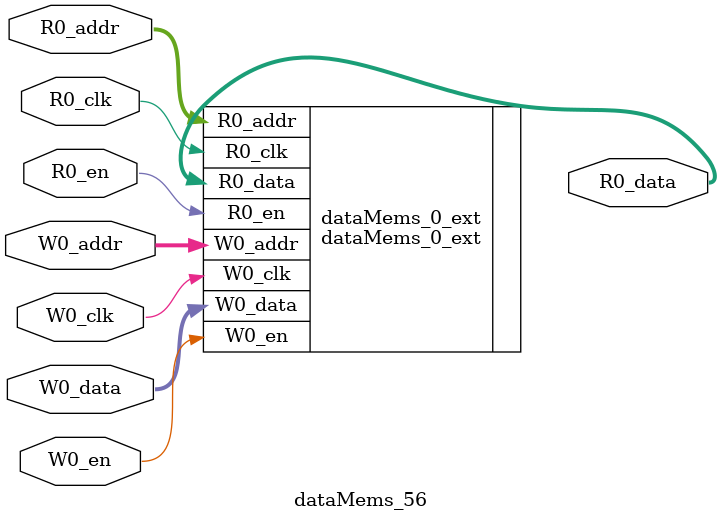
<source format=sv>
`ifndef RANDOMIZE
  `ifdef RANDOMIZE_REG_INIT
    `define RANDOMIZE
  `endif // RANDOMIZE_REG_INIT
`endif // not def RANDOMIZE
`ifndef RANDOMIZE
  `ifdef RANDOMIZE_MEM_INIT
    `define RANDOMIZE
  `endif // RANDOMIZE_MEM_INIT
`endif // not def RANDOMIZE

`ifndef RANDOM
  `define RANDOM $random
`endif // not def RANDOM

// Users can define 'PRINTF_COND' to add an extra gate to prints.
`ifndef PRINTF_COND_
  `ifdef PRINTF_COND
    `define PRINTF_COND_ (`PRINTF_COND)
  `else  // PRINTF_COND
    `define PRINTF_COND_ 1
  `endif // PRINTF_COND
`endif // not def PRINTF_COND_

// Users can define 'ASSERT_VERBOSE_COND' to add an extra gate to assert error printing.
`ifndef ASSERT_VERBOSE_COND_
  `ifdef ASSERT_VERBOSE_COND
    `define ASSERT_VERBOSE_COND_ (`ASSERT_VERBOSE_COND)
  `else  // ASSERT_VERBOSE_COND
    `define ASSERT_VERBOSE_COND_ 1
  `endif // ASSERT_VERBOSE_COND
`endif // not def ASSERT_VERBOSE_COND_

// Users can define 'STOP_COND' to add an extra gate to stop conditions.
`ifndef STOP_COND_
  `ifdef STOP_COND
    `define STOP_COND_ (`STOP_COND)
  `else  // STOP_COND
    `define STOP_COND_ 1
  `endif // STOP_COND
`endif // not def STOP_COND_

// Users can define INIT_RANDOM as general code that gets injected into the
// initializer block for modules with registers.
`ifndef INIT_RANDOM
  `define INIT_RANDOM
`endif // not def INIT_RANDOM

// If using random initialization, you can also define RANDOMIZE_DELAY to
// customize the delay used, otherwise 0.002 is used.
`ifndef RANDOMIZE_DELAY
  `define RANDOMIZE_DELAY 0.002
`endif // not def RANDOMIZE_DELAY

// Define INIT_RANDOM_PROLOG_ for use in our modules below.
`ifndef INIT_RANDOM_PROLOG_
  `ifdef RANDOMIZE
    `ifdef VERILATOR
      `define INIT_RANDOM_PROLOG_ `INIT_RANDOM
    `else  // VERILATOR
      `define INIT_RANDOM_PROLOG_ `INIT_RANDOM #`RANDOMIZE_DELAY begin end
    `endif // VERILATOR
  `else  // RANDOMIZE
    `define INIT_RANDOM_PROLOG_
  `endif // RANDOMIZE
`endif // not def INIT_RANDOM_PROLOG_

// Include register initializers in init blocks unless synthesis is set
`ifndef SYNTHESIS
  `ifndef ENABLE_INITIAL_REG_
    `define ENABLE_INITIAL_REG_
  `endif // not def ENABLE_INITIAL_REG_
`endif // not def SYNTHESIS

// Include rmemory initializers in init blocks unless synthesis is set
`ifndef SYNTHESIS
  `ifndef ENABLE_INITIAL_MEM_
    `define ENABLE_INITIAL_MEM_
  `endif // not def ENABLE_INITIAL_MEM_
`endif // not def SYNTHESIS

module dataMems_56(	// @[generators/ara/src/main/scala/UnsafeAXI4ToTL.scala:365:62]
  input  [4:0]   R0_addr,
  input          R0_en,
  input          R0_clk,
  output [258:0] R0_data,
  input  [4:0]   W0_addr,
  input          W0_en,
  input          W0_clk,
  input  [258:0] W0_data
);

  dataMems_0_ext dataMems_0_ext (	// @[generators/ara/src/main/scala/UnsafeAXI4ToTL.scala:365:62]
    .R0_addr (R0_addr),
    .R0_en   (R0_en),
    .R0_clk  (R0_clk),
    .R0_data (R0_data),
    .W0_addr (W0_addr),
    .W0_en   (W0_en),
    .W0_clk  (W0_clk),
    .W0_data (W0_data)
  );
endmodule


</source>
